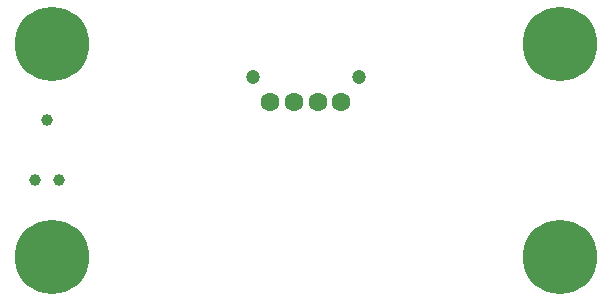
<source format=gbs>
G04 #@! TF.FileFunction,Soldermask,Bot*
%FSLAX46Y46*%
G04 Gerber Fmt 4.6, Leading zero omitted, Abs format (unit mm)*
G04 Created by KiCad (PCBNEW 0.201604290946+6713~44~ubuntu14.04.1-product) date Mon 11 Jul 2016 15:01:41 CEST*
%MOMM*%
%LPD*%
G01*
G04 APERTURE LIST*
%ADD10C,0.100000*%
%ADD11C,6.300000*%
%ADD12C,0.600000*%
%ADD13C,1.000000*%
%ADD14C,1.200000*%
%ADD15C,1.600000*%
G04 APERTURE END LIST*
D10*
D11*
X121500000Y-114500000D03*
D12*
X121500000Y-112000000D03*
X124000000Y-114500000D03*
X121500000Y-117000000D03*
X119000000Y-114500000D03*
X119700000Y-112700000D03*
X123300000Y-112700000D03*
X119700000Y-116300000D03*
X123300000Y-116300000D03*
D11*
X121500000Y-132500000D03*
D12*
X121500000Y-130000000D03*
X124000000Y-132500000D03*
X121500000Y-135000000D03*
X119000000Y-132500000D03*
X119700000Y-130700000D03*
X123300000Y-130700000D03*
X119700000Y-134300000D03*
X123300000Y-134300000D03*
D11*
X78500000Y-132500000D03*
D12*
X78500000Y-130000000D03*
X81000000Y-132500000D03*
X78500000Y-135000000D03*
X76000000Y-132500000D03*
X76700000Y-130700000D03*
X80300000Y-130700000D03*
X76700000Y-134300000D03*
X80300000Y-134300000D03*
D11*
X78500000Y-114500000D03*
D12*
X78500000Y-112000000D03*
X81000000Y-114500000D03*
X78500000Y-117000000D03*
X76000000Y-114500000D03*
X76700000Y-112700000D03*
X80300000Y-112700000D03*
X76700000Y-116300000D03*
X80300000Y-116300000D03*
D13*
X78135000Y-120960000D03*
X77119000Y-126040000D03*
X79151000Y-126040000D03*
D14*
X104500000Y-117300000D03*
X95500000Y-117300000D03*
D15*
X103000000Y-119400000D03*
X101000000Y-119400000D03*
X99000000Y-119400000D03*
X97000000Y-119400000D03*
M02*

</source>
